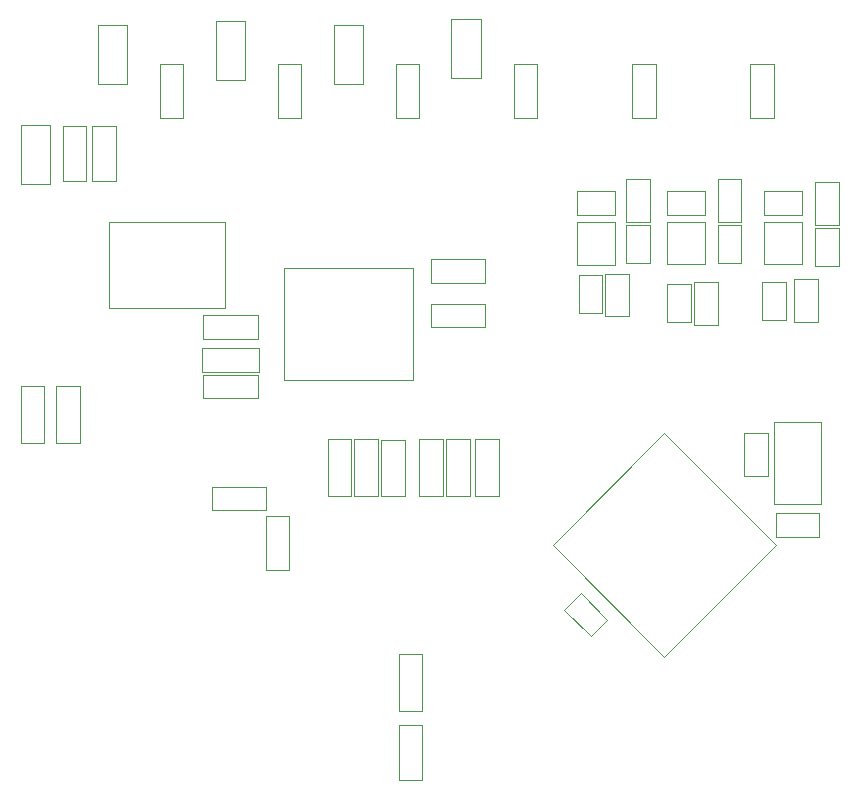
<source format=gbr>
G04 #@! TF.FileFunction,Other,User*
%FSLAX46Y46*%
G04 Gerber Fmt 4.6, Leading zero omitted, Abs format (unit mm)*
G04 Created by KiCad (PCBNEW 4.0.1-stable) date 17.05.2016 13:35:18*
%MOMM*%
G01*
G04 APERTURE LIST*
%ADD10C,0.100000*%
%ADD11C,0.050000*%
G04 APERTURE END LIST*
D10*
D11*
X112700000Y-79500000D02*
X117300000Y-79500000D01*
X112700000Y-81500000D02*
X117300000Y-81500000D01*
X112700000Y-79500000D02*
X112700000Y-81500000D01*
X117300000Y-79500000D02*
X117300000Y-81500000D01*
X100813575Y-63079999D02*
X100813575Y-58479999D01*
X102813575Y-63079999D02*
X102813575Y-58479999D01*
X100813575Y-63079999D02*
X102813575Y-63079999D01*
X100813575Y-58479999D02*
X102813575Y-58479999D01*
X103313575Y-63079999D02*
X103313575Y-58479999D01*
X105313575Y-63079999D02*
X105313575Y-58479999D01*
X103313575Y-63079999D02*
X105313575Y-63079999D01*
X103313575Y-58479999D02*
X105313575Y-58479999D01*
X142274769Y-93950000D02*
X151750000Y-103425231D01*
X151750000Y-84474769D02*
X161225231Y-93950000D01*
X142274769Y-93950000D02*
X151750000Y-84474769D01*
X151750000Y-103425231D02*
X161225231Y-93950000D01*
X161200000Y-91250000D02*
X164800000Y-91250000D01*
X161200000Y-93250000D02*
X164800000Y-93250000D01*
X161200000Y-91250000D02*
X161200000Y-93250000D01*
X164800000Y-91250000D02*
X164800000Y-93250000D01*
X144350000Y-64000000D02*
X147550000Y-64000000D01*
X144350000Y-66000000D02*
X147550000Y-66000000D01*
X144350000Y-64000000D02*
X144350000Y-66000000D01*
X147550000Y-64000000D02*
X147550000Y-66000000D01*
X121000000Y-53200000D02*
X121000000Y-57800000D01*
X119000000Y-53200000D02*
X119000000Y-57800000D01*
X121000000Y-53200000D02*
X119000000Y-53200000D01*
X121000000Y-57800000D02*
X119000000Y-57800000D01*
X141000000Y-53200000D02*
X141000000Y-57800000D01*
X139000000Y-53200000D02*
X139000000Y-57800000D01*
X141000000Y-53200000D02*
X139000000Y-53200000D01*
X141000000Y-57800000D02*
X139000000Y-57800000D01*
X131000000Y-53200000D02*
X131000000Y-57800000D01*
X129000000Y-53200000D02*
X129000000Y-57800000D01*
X131000000Y-53200000D02*
X129000000Y-53200000D01*
X131000000Y-57800000D02*
X129000000Y-57800000D01*
X151000000Y-53200000D02*
X151000000Y-57800000D01*
X149000000Y-53200000D02*
X149000000Y-57800000D01*
X151000000Y-53200000D02*
X149000000Y-53200000D01*
X151000000Y-57800000D02*
X149000000Y-57800000D01*
X161000000Y-53200000D02*
X161000000Y-57800000D01*
X159000000Y-53200000D02*
X159000000Y-57800000D01*
X161000000Y-53200000D02*
X159000000Y-53200000D01*
X161000000Y-57800000D02*
X159000000Y-57800000D01*
X118050000Y-91000000D02*
X113450000Y-91000000D01*
X118050000Y-89000000D02*
X113450000Y-89000000D01*
X118050000Y-91000000D02*
X118050000Y-89000000D01*
X113450000Y-91000000D02*
X113450000Y-89000000D01*
X120000000Y-91450000D02*
X120000000Y-96050000D01*
X118000000Y-91450000D02*
X118000000Y-96050000D01*
X120000000Y-91450000D02*
X118000000Y-91450000D01*
X120000000Y-96050000D02*
X118000000Y-96050000D01*
X131950000Y-69750000D02*
X136550000Y-69750000D01*
X131950000Y-71750000D02*
X136550000Y-71750000D01*
X131950000Y-69750000D02*
X131950000Y-71750000D01*
X136550000Y-69750000D02*
X136550000Y-71750000D01*
X136550000Y-75500000D02*
X131950000Y-75500000D01*
X136550000Y-73500000D02*
X131950000Y-73500000D01*
X136550000Y-75500000D02*
X136550000Y-73500000D01*
X131950000Y-75500000D02*
X131950000Y-73500000D01*
X104751060Y-66600000D02*
X114551060Y-66600000D01*
X114551060Y-66600000D02*
X114551060Y-73900000D01*
X114551060Y-73900000D02*
X104751060Y-73900000D01*
X104751060Y-73900000D02*
X104751060Y-66600000D01*
X135750000Y-89750000D02*
X135750000Y-84950000D01*
X137750000Y-89750000D02*
X137750000Y-84950000D01*
X135750000Y-89750000D02*
X137750000Y-89750000D01*
X135750000Y-84950000D02*
X137750000Y-84950000D01*
X127750000Y-89800000D02*
X127750000Y-85000000D01*
X129750000Y-89800000D02*
X129750000Y-85000000D01*
X127750000Y-89800000D02*
X129750000Y-89800000D01*
X127750000Y-85000000D02*
X129750000Y-85000000D01*
X123250000Y-89750000D02*
X123250000Y-84950000D01*
X125250000Y-89750000D02*
X125250000Y-84950000D01*
X123250000Y-89750000D02*
X125250000Y-89750000D01*
X123250000Y-84950000D02*
X125250000Y-84950000D01*
X117400000Y-79250000D02*
X112600000Y-79250000D01*
X117400000Y-77250000D02*
X112600000Y-77250000D01*
X117400000Y-79250000D02*
X117400000Y-77250000D01*
X112600000Y-79250000D02*
X112600000Y-77250000D01*
X130500000Y-70500000D02*
X119500000Y-70500000D01*
X130500000Y-80000000D02*
X119500000Y-80000000D01*
X130500000Y-70500000D02*
X130500000Y-80000000D01*
X119500000Y-70500000D02*
X119500000Y-80000000D01*
X111000000Y-53200000D02*
X111000000Y-57800000D01*
X109000000Y-53200000D02*
X109000000Y-57800000D01*
X111000000Y-53200000D02*
X109000000Y-53200000D01*
X111000000Y-57800000D02*
X109000000Y-57800000D01*
X102250000Y-80500000D02*
X102250000Y-85300000D01*
X100250000Y-80500000D02*
X100250000Y-85300000D01*
X102250000Y-80500000D02*
X100250000Y-80500000D01*
X102250000Y-85300000D02*
X100250000Y-85300000D01*
X133250000Y-89750000D02*
X133250000Y-84950000D01*
X135250000Y-89750000D02*
X135250000Y-84950000D01*
X133250000Y-89750000D02*
X135250000Y-89750000D01*
X133250000Y-84950000D02*
X135250000Y-84950000D01*
X131000000Y-89750000D02*
X131000000Y-84950000D01*
X133000000Y-89750000D02*
X133000000Y-84950000D01*
X131000000Y-89750000D02*
X133000000Y-89750000D01*
X131000000Y-84950000D02*
X133000000Y-84950000D01*
X99250000Y-80500000D02*
X99250000Y-85300000D01*
X97250000Y-80500000D02*
X97250000Y-85300000D01*
X99250000Y-80500000D02*
X97250000Y-80500000D01*
X99250000Y-85300000D02*
X97250000Y-85300000D01*
X125500000Y-89750000D02*
X125500000Y-84950000D01*
X127500000Y-89750000D02*
X127500000Y-84950000D01*
X125500000Y-89750000D02*
X127500000Y-89750000D01*
X125500000Y-84950000D02*
X127500000Y-84950000D01*
X150500000Y-62950000D02*
X150500000Y-66550000D01*
X148500000Y-62950000D02*
X148500000Y-66550000D01*
X150500000Y-62950000D02*
X148500000Y-62950000D01*
X150500000Y-66550000D02*
X148500000Y-66550000D01*
X156250000Y-71700000D02*
X156250000Y-75300000D01*
X154250000Y-71700000D02*
X154250000Y-75300000D01*
X156250000Y-71700000D02*
X154250000Y-71700000D01*
X156250000Y-75300000D02*
X154250000Y-75300000D01*
X148750000Y-70950000D02*
X148750000Y-74550000D01*
X146750000Y-70950000D02*
X146750000Y-74550000D01*
X148750000Y-70950000D02*
X146750000Y-70950000D01*
X148750000Y-74550000D02*
X146750000Y-74550000D01*
X158500000Y-88050000D02*
X158500000Y-84450000D01*
X160500000Y-88050000D02*
X160500000Y-84450000D01*
X158500000Y-88050000D02*
X160500000Y-88050000D01*
X158500000Y-84450000D02*
X160500000Y-84450000D01*
X158250000Y-62950000D02*
X158250000Y-66550000D01*
X156250000Y-62950000D02*
X156250000Y-66550000D01*
X158250000Y-62950000D02*
X156250000Y-62950000D01*
X158250000Y-66550000D02*
X156250000Y-66550000D01*
X164750000Y-71450000D02*
X164750000Y-75050000D01*
X162750000Y-71450000D02*
X162750000Y-75050000D01*
X164750000Y-71450000D02*
X162750000Y-71450000D01*
X164750000Y-75050000D02*
X162750000Y-75050000D01*
X166500000Y-63200000D02*
X166500000Y-66800000D01*
X164500000Y-63200000D02*
X164500000Y-66800000D01*
X166500000Y-63200000D02*
X164500000Y-63200000D01*
X166500000Y-66800000D02*
X164500000Y-66800000D01*
X150500000Y-66850000D02*
X150500000Y-70050000D01*
X148500000Y-66850000D02*
X148500000Y-70050000D01*
X150500000Y-66850000D02*
X148500000Y-66850000D01*
X150500000Y-70050000D02*
X148500000Y-70050000D01*
X146500000Y-71100000D02*
X146500000Y-74300000D01*
X144500000Y-71100000D02*
X144500000Y-74300000D01*
X146500000Y-71100000D02*
X144500000Y-71100000D01*
X146500000Y-74300000D02*
X144500000Y-74300000D01*
X145502513Y-101666727D02*
X143239771Y-99403985D01*
X146916727Y-100252513D02*
X144653985Y-97989771D01*
X145502513Y-101666727D02*
X146916727Y-100252513D01*
X143239771Y-99403985D02*
X144653985Y-97989771D01*
X154000000Y-71850000D02*
X154000000Y-75050000D01*
X152000000Y-71850000D02*
X152000000Y-75050000D01*
X154000000Y-71850000D02*
X152000000Y-71850000D01*
X154000000Y-75050000D02*
X152000000Y-75050000D01*
X158250000Y-66850000D02*
X158250000Y-70050000D01*
X156250000Y-66850000D02*
X156250000Y-70050000D01*
X158250000Y-66850000D02*
X156250000Y-66850000D01*
X158250000Y-70050000D02*
X156250000Y-70050000D01*
X151950000Y-64000000D02*
X155150000Y-64000000D01*
X151950000Y-66000000D02*
X155150000Y-66000000D01*
X151950000Y-64000000D02*
X151950000Y-66000000D01*
X155150000Y-64000000D02*
X155150000Y-66000000D01*
X162000000Y-71700000D02*
X162000000Y-74900000D01*
X160000000Y-71700000D02*
X160000000Y-74900000D01*
X162000000Y-71700000D02*
X160000000Y-71700000D01*
X162000000Y-74900000D02*
X160000000Y-74900000D01*
X166500000Y-67100000D02*
X166500000Y-70300000D01*
X164500000Y-67100000D02*
X164500000Y-70300000D01*
X166500000Y-67100000D02*
X164500000Y-67100000D01*
X166500000Y-70300000D02*
X164500000Y-70300000D01*
X160200000Y-64000000D02*
X163400000Y-64000000D01*
X160200000Y-66000000D02*
X163400000Y-66000000D01*
X160200000Y-64000000D02*
X160200000Y-66000000D01*
X163400000Y-64000000D02*
X163400000Y-66000000D01*
X144350000Y-70200000D02*
X144350000Y-66600000D01*
X144350000Y-66600000D02*
X147550000Y-66600000D01*
X147550000Y-66600000D02*
X147550000Y-70200000D01*
X147550000Y-70200000D02*
X144350000Y-70200000D01*
X151950000Y-70150000D02*
X151950000Y-66550000D01*
X151950000Y-66550000D02*
X155150000Y-66550000D01*
X155150000Y-66550000D02*
X155150000Y-70150000D01*
X155150000Y-70150000D02*
X151950000Y-70150000D01*
X160200000Y-70150000D02*
X160200000Y-66550000D01*
X160200000Y-66550000D02*
X163400000Y-66550000D01*
X163400000Y-66550000D02*
X163400000Y-70150000D01*
X163400000Y-70150000D02*
X160200000Y-70150000D01*
X103750000Y-49919860D02*
X103750000Y-54919860D01*
X103750000Y-54919860D02*
X106250000Y-54919860D01*
X106250000Y-54919860D02*
X106250000Y-49919860D01*
X106250000Y-49919860D02*
X103750000Y-49919860D01*
X116250000Y-54580140D02*
X116250000Y-49580140D01*
X116250000Y-49580140D02*
X113750000Y-49580140D01*
X113750000Y-49580140D02*
X113750000Y-54580140D01*
X113750000Y-54580140D02*
X116250000Y-54580140D01*
X123750000Y-49919860D02*
X123750000Y-54919860D01*
X123750000Y-54919860D02*
X126250000Y-54919860D01*
X126250000Y-54919860D02*
X126250000Y-49919860D01*
X126250000Y-49919860D02*
X123750000Y-49919860D01*
X136210000Y-54379860D02*
X136210000Y-49379860D01*
X136210000Y-49379860D02*
X133710000Y-49379860D01*
X133710000Y-49379860D02*
X133710000Y-54379860D01*
X133710000Y-54379860D02*
X136210000Y-54379860D01*
X97250000Y-58330140D02*
X97250000Y-63330140D01*
X97250000Y-63330140D02*
X99750000Y-63330140D01*
X99750000Y-63330140D02*
X99750000Y-58330140D01*
X99750000Y-58330140D02*
X97250000Y-58330140D01*
X165000000Y-90500000D02*
X161000000Y-90500000D01*
X165000000Y-83500000D02*
X165000000Y-90500000D01*
X161000000Y-83500000D02*
X165000000Y-83500000D01*
X161000000Y-90500000D02*
X161000000Y-83500000D01*
X131250000Y-109200000D02*
X131250000Y-113800000D01*
X129250000Y-109200000D02*
X129250000Y-113800000D01*
X131250000Y-109200000D02*
X129250000Y-109200000D01*
X131250000Y-113800000D02*
X129250000Y-113800000D01*
X129250000Y-108000000D02*
X129250000Y-103200000D01*
X131250000Y-108000000D02*
X131250000Y-103200000D01*
X129250000Y-108000000D02*
X131250000Y-108000000D01*
X129250000Y-103200000D02*
X131250000Y-103200000D01*
X117300000Y-76500000D02*
X112700000Y-76500000D01*
X117300000Y-74500000D02*
X112700000Y-74500000D01*
X117300000Y-76500000D02*
X117300000Y-74500000D01*
X112700000Y-76500000D02*
X112700000Y-74500000D01*
M02*

</source>
